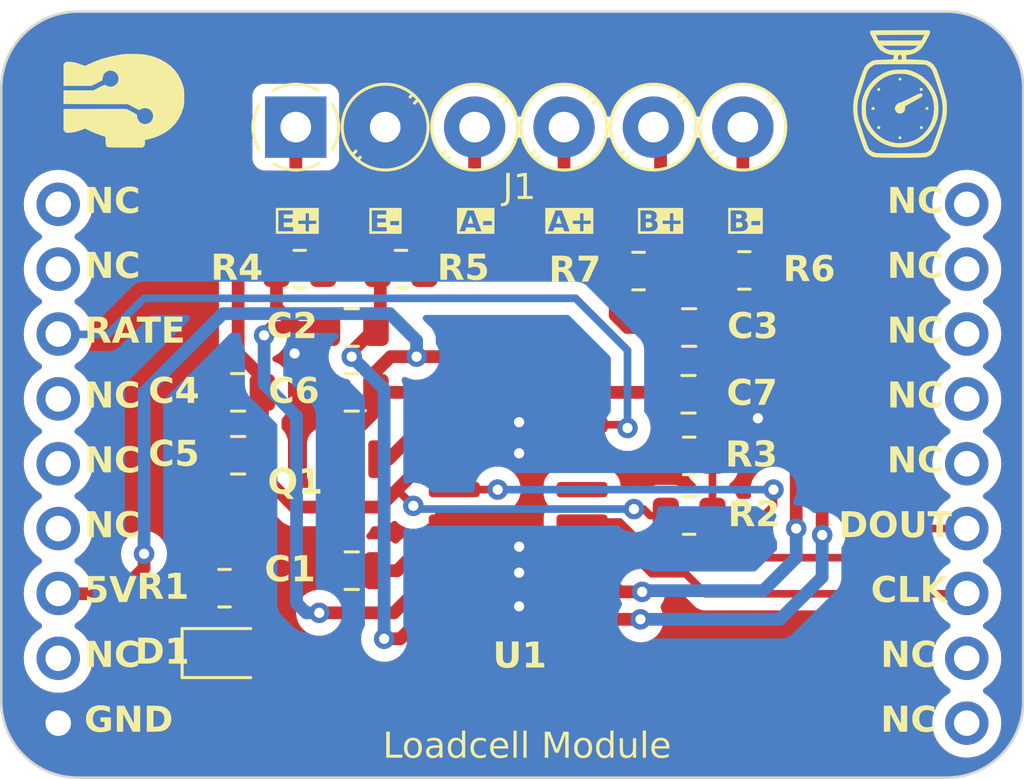
<source format=kicad_pcb>
(kicad_pcb (version 20240108) (generator "pcbnew") (generator_version "8.0")
  (layers (0 "F.Cu" signal) (31 "B.Cu" signal) (34 "B.Paste" user) (35 "F.Paste" user) (36 "B.SilkS" user "B.Silkscreen") (37 "F.SilkS" user "F.Silkscreen") (38 "B.Mask" user) (39 "F.Mask" user) (44 "Edge.Cuts" user))
  (net 0 "")
  (net 1 "Net-(U1-VBG)")
  (net 2 "GND")
  (net 3 "INA-")
  (net 4 "INA+")
  (net 5 "INB+")
  (net 6 "INB-")
  (net 7 "EX+")
  (net 8 "+5V")
  (net 9 "Net-(J1-Pin_3)")
  (net 10 "Net-(J1-Pin_4)")
  (net 11 "Net-(J1-Pin_5)")
  (net 12 "Net-(J1-Pin_6)")
  (net 13 "Net-(Q1-B)")
  (net 14 "Net-(U1-VFB)")
  (net 15 "CLK")
  (net 16 "DOUT")
  (net 18 "RATE")
  (net 32 "Net-(D1-A)")
  (footprint "Resistor_SMD:R_0805_2012Metric" (layer "F.Cu") (at 129.9464 95.758)
    (property "Reference" "R5" (at 2.4384 0 0) (layer "F.SilkS") (effects (font (thickness 0.16) (bold yes))))
    (property "Value" "100r" (hide yes))
    (pad "1" smd roundrect (at -0.9125 0) (size 1.025 1.4) (layers "F.Cu" "F.Paste" "F.Mask") (roundrect_rratio 0.243902) (net 4 "INA+"))
    (pad "2" smd roundrect (at 0.9125 0) (size 1.025 1.4) (layers "F.Cu" "F.Paste" "F.Mask") (roundrect_rratio 0.243902) (net 10 "Net-(J1-Pin_4)"))
  )
  (footprint "Moduler_:pin_header" (layer "F.Cu") (at 134.056 103.888)
    (property "Reference" "U2" (hide yes))
    (property "Value" "~" (hide yes))
    (fp_line (start -19.7562 -15.2144) (end -19.7562 8.7856) (stroke (width 0.1)) (layer "Edge.Cuts"))
    (fp_line (start -16.7562 11.7856) (end 17.2438 11.7856) (stroke (width 0.1)) (layer "Edge.Cuts"))
    (fp_line (start 17.2438 -18.2144) (end -16.7562 -18.2144) (stroke (width 0.1)) (layer "Edge.Cuts"))
    (fp_line (start 20.2438 8.7856) (end 20.2438 -15.2144) (stroke (width 0.1)) (layer "Edge.Cuts"))
    (fp_arc (start -19.7562 -15.2144) (mid -18.87752 -17.33572) (end -16.7562 -18.2144) (stroke (width 0.1)) (layer "Edge.Cuts"))
    (fp_arc (start -16.7562 11.7856) (mid -18.87752 10.90692) (end -19.7562 8.7856) (stroke (width 0.1)) (layer "Edge.Cuts"))
    (fp_arc (start 17.2438 -18.2144) (mid 19.36512 -17.33572) (end 20.2438 -15.2144) (stroke (width 0.1)) (layer "Edge.Cuts"))
    (fp_arc (start 20.2438 8.7856) (mid 19.36512 10.90692) (end 17.2438 11.7856) (stroke (width 0.1)) (layer "Edge.Cuts"))
    (fp_text user "NC" (at -16.51 -2.54 0) (layer "F.SilkS") (effects (font (thickness 0.2) (bold yes)) (justify left bottom)))
    (fp_text user "GND" (at -16.51 10.16 0) (layer "F.SilkS") (effects (font (thickness 0.2) (bold yes)) (justify left bottom)))
    (fp_text user "CLK" (at 14.28 5.078 0) (layer "F.SilkS") (effects (font (thickness 0.2) (bold yes)) (justify left bottom)))
    (fp_text user "NC" (at 14.915 -2.54 0) (layer "F.SilkS") (effects (font (thickness 0.2) (bold yes)) (justify left bottom)))
    (fp_text user "NC" (at -16.51 0 0) (layer "F.SilkS") (effects (font (thickness 0.2) (bold yes)) (justify left bottom)))
    (fp_text user "NC" (at 14.661 7.618 0) (layer "F.SilkS") (effects (font (thickness 0.2) (bold yes)) (justify left bottom)))
    (fp_text user "NC" (at -16.51 -7.62 0) (layer "F.SilkS") (effects (font (thickness 0.2) (bold yes)) (justify left bottom)))
    (fp_text user "RATE" (at -16.51 -5.08 0) (layer "F.SilkS") (effects (font (thickness 0.2) (bold yes)) (justify left bottom)))
    (fp_text user "NC" (at -16.51 7.62 0) (layer "F.SilkS") (effects (font (thickness 0.2) (bold yes)) (justify left bottom)))
    (fp_text user "NC" (at 14.915 0 0) (layer "F.SilkS") (effects (font (thickness 0.2) (bold yes)) (justify left bottom)))
    (fp_text user "NC" (at 14.915 -7.62 0) (layer "F.SilkS") (effects (font (thickness 0.2) (bold yes)) (justify left bottom)))
    (fp_text user "DOUT" (at 13.01 2.54 0) (layer "F.SilkS") (effects (font (thickness 0.2) (bold yes)) (justify left bottom)))
    (fp_text user "NC" (at -16.51 2.54 0) (layer "F.SilkS") (effects (font (thickness 0.2) (bold yes)) (justify left bottom)))
    (fp_text user "NC" (at 14.915 -10.16 0) (layer "F.SilkS") (effects (font (thickness 0.2) (bold yes)) (justify left bottom)))
    (fp_text user "NC" (at 14.915 -5.08 0) (layer "F.SilkS") (effects (font (thickness 0.2) (bold yes)) (justify left bottom)))
    (fp_text user "NC" (at 14.661 10.158 0) (layer "F.SilkS") (effects (font (thickness 0.2) (bold yes)) (justify left bottom)))
    (fp_text user "Loadcell Module" (at -4.826 11.176 0) (layer "F.SilkS") (effects (font (thickness 0.1)) (justify left bottom)))
    (fp_text user "5V" (at -16.51 5.08 0) (layer "F.SilkS") (effects (font (thickness 0.2) (bold yes)) (justify left bottom)))
    (fp_text user "NC" (at -16.51 -10.16 0) (layer "F.SilkS") (effects (font (thickness 0.2) (bold yes)) (justify left bottom)))
    (pad "1" thru_hole oval (at -17.526 -10.668) (size 1.7 1.7) (drill 1) (layers "*.Cu" "*.Mask"))
    (pad "2" thru_hole oval (at -17.526 -8.128) (size 1.7 1.7) (drill 1) (layers "*.Cu" "*.Mask"))
    (pad "3" thru_hole oval (at -17.526 -5.588) (size 1.7 1.7) (drill 1) (layers "*.Cu" "*.Mask") (net 18 "RATE"))
    (pad "4" thru_hole oval (at -17.526 -3.048) (size 1.7 1.7) (drill 1) (layers "*.Cu" "*.Mask"))
    (pad "5" thru_hole oval (at -17.526 -0.508) (size 1.7 1.7) (drill 1) (layers "*.Cu" "*.Mask"))
    (pad "6" thru_hole oval (at -17.526 2.032) (size 1.7 1.7) (drill 1) (layers "*.Cu" "*.Mask"))
    (pad "7" thru_hole oval (at -17.526 4.572) (size 1.7 1.7) (drill 1) (layers "*.Cu" "*.Mask") (net 8 "+5V"))
    (pad "8" thru_hole oval (at -17.526 7.112) (size 1.7 1.7) (drill 1) (layers "*.Cu" "*.Mask"))
    (pad "9" thru_hole oval (at -17.526 9.652) (size 1.7 1.7) (drill 1) (layers "*.Cu" "*.Mask") (net 2 "GND"))
    (pad "10" thru_hole oval (at 18.034 9.652) (size 1.7 1.7) (drill 1) (layers "*.Cu" "*.Mask"))
    (pad "11" thru_hole oval (at 18.034 7.112) (size 1.7 1.7) (drill 1) (layers "*.Cu" "*.Mask"))
    (pad "12" thru_hole oval (at 18.034 4.572) (size 1.7 1.7) (drill 1) (layers "*.Cu" "*.Mask") (net 15 "CLK"))
    (pad "13" thru_hole oval (at 18.034 2.032) (size 1.7 1.7) (drill 1) (layers "*.Cu" "*.Mask") (net 16 "DOUT"))
    (pad "14" thru_hole oval (at 18.034 -0.508) (size 1.7 1.7) (drill 1) (layers "*.Cu" "*.Mask"))
    (pad "15" thru_hole oval (at 18.034 -3.048) (size 1.7 1.7) (drill 1) (layers "*.Cu" "*.Mask"))
    (pad "16" thru_hole oval (at 18.034 -5.588) (size 1.7 1.7) (drill 1) (layers "*.Cu" "*.Mask"))
    (pad "17" thru_hole oval (at 18.034 -8.128) (size 1.7 1.7) (drill 1) (layers "*.Cu" "*.Mask"))
    (pad "18" thru_hole oval (at 18.034 -10.668) (size 1.7 1.7) (drill 1) (layers "*.Cu" "*.Mask"))
  )
  (footprint "Capacitor_SMD:C_0805_2012Metric" (layer "F.Cu") (at 141.224 98.044)
    (property "Reference" "C3" (at 2.4892 0 0) (layer "F.SilkS") (effects (font (thickness 0.2) (bold yes))))
    (property "Value" "0.1uF" (hide yes))
    (pad "1" smd roundrect (at -0.95 0) (size 1 1.45) (layers "F.Cu" "F.Paste" "F.Mask") (net 5 "INB+"))
    (pad "2" smd roundrect (at 0.95 0) (size 1 1.45) (layers "F.Cu" "F.Paste" "F.Mask") (net 6 "INB-"))
  )
  (footprint "Resistor_SMD:R_0805_2012Metric" (layer "F.Cu") (at 141.224 105.41)
    (property "Reference" "R2" (at 2.54 0 0) (layer "F.SilkS") (effects (font (thickness 0.16) (bold yes))))
    (property "Value" "20k" (hide yes))
    (pad "1" smd roundrect (at -0.9125 0) (size 1.025 1.4) (layers "F.Cu" "F.Paste" "F.Mask") (roundrect_rratio 0.243902) (net 7 "EX+"))
    (pad "2" smd roundrect (at 0.9125 0) (size 1.025 1.4) (layers "F.Cu" "F.Paste" "F.Mask") (roundrect_rratio 0.243902) (net 14 "Net-(U1-VFB)"))
  )
  (footprint "Capacitor_SMD:C_0805_2012Metric" (layer "F.Cu") (at 128.016 98.044)
    (property "Reference" "C2" (at -2.3368 0 0) (layer "F.SilkS") (effects (font (thickness 0.16) (bold yes))))
    (property "Value" "0.1uF" (hide yes))
    (pad "1" smd roundrect (at -0.95 0) (size 1 1.45) (layers "F.Cu" "F.Paste" "F.Mask") (net 3 "INA-"))
    (pad "2" smd roundrect (at 0.95 0) (size 1 1.45) (layers "F.Cu" "F.Paste" "F.Mask") (net 4 "INA+"))
  )
  (footprint "Capacitor_SMD:C_0805_2012Metric" (layer "F.Cu") (at 128.016 100.584 180)
    (property "Reference" "C6" (at 2.2606 0 0) (layer "F.SilkS") (effects (font (thickness 0.16) (bold yes))))
    (property "Value" "10uF" (hide yes))
    (pad "1" smd roundrect (at -0.95 0 180) (size 1 1.45) (layers "F.Cu" "F.Paste" "F.Mask") (net 8 "+5V"))
    (pad "2" smd roundrect (at 0.95 0 180) (size 1 1.45) (layers "F.Cu" "F.Paste" "F.Mask") (net 2 "GND"))
  )
  (footprint "Resistor_SMD:R_0805_2012Metric" (layer "F.Cu") (at 143.383 95.8088)
    (property "Reference" "R6" (at 2.54 0 0) (layer "F.SilkS") (effects (font (thickness 0.16) (bold yes))))
    (property "Value" "100r" (hide yes))
    (pad "1" smd roundrect (at -0.9125 0) (size 1.025 1.4) (layers "F.Cu" "F.Paste" "F.Mask") (roundrect_rratio 0.243902) (net 6 "INB-"))
    (pad "2" smd roundrect (at 0.9125 0) (size 1.025 1.4) (layers "F.Cu" "F.Paste" "F.Mask") (roundrect_rratio 0.243902) (net 12 "Net-(J1-Pin_6)"))
  )
  (footprint "LED_SMD:LED_0805_2012Metric" (layer "F.Cu") (at 123.063 110.7948)
    (property "Reference" "D1" (at -2.4638 0 0) (layer "F.SilkS") (effects (font (thickness 0.2) (bold yes))))
    (property "Value" "LED" (hide yes))
    (pad "1" smd roundrect (at -0.9375 0) (size 0.975 1.4) (layers "F.Cu" "F.Paste" "F.Mask") (net 2 "GND"))
    (pad "2" smd roundrect (at 0.9375 0) (size 0.975 1.4) (layers "F.Cu" "F.Paste" "F.Mask") (net 32 "Net-(D1-A)"))
  )
  (footprint "Package_SO:SOP-16_3.9x9.9mm_P1.27mm" (layer "F.Cu") (at 134.533 105.029)
    (property "Reference" "U1" (at 0.0616 5.9182 0) (layer "F.SilkS") (effects (font (thickness 0.16) (bold yes))))
    (property "Value" "HX711" (hide yes))
    (pad "1" smd roundrect (at -2.5 -4.445) (size 2 0.6) (layers "F.Cu" "F.Paste" "F.Mask") (net 8 "+5V"))
    (pad "2" smd roundrect (at -2.5 -3.175) (size 2 0.6) (layers "F.Cu" "F.Paste" "F.Mask") (net 13 "Net-(Q1-B)"))
    (pad "3" smd roundrect (at -2.5 -1.905) (size 2 0.6) (layers "F.Cu" "F.Paste" "F.Mask") (net 7 "EX+"))
    (pad "4" smd roundrect (at -2.5 -0.635) (size 2 0.6) (layers "F.Cu" "F.Paste" "F.Mask") (net 14 "Net-(U1-VFB)"))
    (pad "5" smd roundrect (at -2.5 0.635) (size 2 0.6) (layers "F.Cu" "F.Paste" "F.Mask") (net 2 "GND"))
    (pad "6" smd roundrect (at -2.5 1.905) (size 2 0.6) (layers "F.Cu" "F.Paste" "F.Mask") (net 1 "Net-(U1-VBG)"))
    (pad "7" smd roundrect (at -2.5 3.175) (size 2 0.6) (layers "F.Cu" "F.Paste" "F.Mask") (net 3 "INA-"))
    (pad "8" smd roundrect (at -2.5 4.445) (size 2 0.6) (layers "F.Cu" "F.Paste" "F.Mask") (net 4 "INA+"))
    (pad "9" smd roundrect (at 2.5 4.445) (size 2 0.6) (layers "F.Cu" "F.Paste" "F.Mask") (net 6 "INB-"))
    (pad "10" smd roundrect (at 2.5 3.175) (size 2 0.6) (layers "F.Cu" "F.Paste" "F.Mask") (net 5 "INB+"))
    (pad "11" smd roundrect (at 2.5 1.905) (size 2 0.6) (layers "F.Cu" "F.Paste" "F.Mask") (net 15 "CLK"))
    (pad "12" smd roundrect (at 2.5 0.635) (size 2 0.6) (layers "F.Cu" "F.Paste" "F.Mask") (net 16 "DOUT"))
    (pad "13" smd roundrect (at 2.5 -0.635) (size 2 0.6) (layers "F.Cu" "F.Paste" "F.Mask"))
    (pad "14" smd roundrect (at 2.5 -1.905) (size 2 0.6) (layers "F.Cu" "F.Paste" "F.Mask") (net 2 "GND"))
    (pad "15" smd roundrect (at 2.5 -3.175) (size 2 0.6) (layers "F.Cu" "F.Paste" "F.Mask") (net 18 "RATE"))
    (pad "16" smd roundrect (at 2.5 -4.445) (size 2 0.6) (layers "F.Cu" "F.Paste" "F.Mask") (net 8 "+5V"))
  )
  (footprint "TerminalBlock_Phoenix:TerminalBlock_Phoenix_PT-1,5-6-3.5-H_1x06_P3.50mm_Horizontal" (layer "F.Cu") (at 125.827 90.1954)
    (property "Reference" "J1" (hide yes))
    (property "Value" "Screw_Terminal_01x06" (hide yes))
    (fp_text user "${REFERENCE}" (at 8.75 2.4 0) (layer "F.SilkS"))
    (pad "1" thru_hole rect (at 0 0) (size 2.4 2.4) (drill 1.2) (layers "*.Cu" "*.Mask") (net 7 "EX+"))
    (pad "2" thru_hole circle (at 3.5 0) (size 2.4 2.4) (drill 1.2) (layers "*.Cu" "*.Mask") (net 2 "GND"))
    (pad "3" thru_hole circle (at 7 0) (size 2.4 2.4) (drill 1.2) (layers "*.Cu" "*.Mask") (net 9 "Net-(J1-Pin_3)"))
    (pad "4" thru_hole circle (at 10.5 0) (size 2.4 2.4) (drill 1.2) (layers "*.Cu" "*.Mask") (net 10 "Net-(J1-Pin_4)"))
    (pad "5" thru_hole circle (at 14 0) (size 2.4 2.4) (drill 1.2) (layers "*.Cu" "*.Mask") (net 11 "Net-(J1-Pin_5)"))
    (pad "6" thru_hole circle (at 17.5 0) (size 2.4 2.4) (drill 1.2) (layers "*.Cu" "*.Mask") (net 12 "Net-(J1-Pin_6)"))
  )
  (footprint "Resistor_SMD:R_0805_2012Metric" (layer "F.Cu") (at 125.984 95.758)
    (property "Reference" "R4" (at -2.4638 0 0) (layer "F.SilkS") (effects (font (thickness 0.16) (bold yes))))
    (property "Value" "100r" (hide yes))
    (pad "1" smd roundrect (at -0.9125 0) (size 1.025 1.4) (layers "F.Cu" "F.Paste" "F.Mask") (roundrect_rratio 0.243902) (net 3 "INA-"))
    (pad "2" smd roundrect (at 0.9125 0) (size 1.025 1.4) (layers "F.Cu" "F.Paste" "F.Mask") (roundrect_rratio 0.243902) (net 9 "Net-(J1-Pin_3)"))
  )
  (footprint "Resistor_SMD:R_0805_2012Metric" (layer "F.Cu") (at 123.0376 108.2548)
    (property "Reference" "R1" (at -2.413 0 0) (layer "F.SilkS") (effects (font (thickness 0.16) (bold yes))))
    (property "Value" "470r" (hide yes))
    (pad "1" smd roundrect (at -0.9125 0) (size 1.025 1.4) (layers "F.Cu" "F.Paste" "F.Mask") (roundrect_rratio 0.243902) (net 8 "+5V"))
    (pad "2" smd roundrect (at 0.9125 0) (size 1.025 1.4) (layers "F.Cu" "F.Paste" "F.Mask") (roundrect_rratio 0.243902) (net 32 "Net-(D1-A)"))
  )
  (footprint "Capacitor_SMD:C_0805_2012Metric" (layer "F.Cu") (at 128.016 107.569 180)
    (property "Reference" "C1" (at 2.413 0 0) (layer "F.SilkS") (effects (font (thickness 0.16) (bold yes))))
    (property "Value" "C" (hide yes))
    (pad "1" smd roundrect (at -0.95 0 180) (size 1 1.45) (layers "F.Cu" "F.Paste" "F.Mask") (net 1 "Net-(U1-VBG)"))
    (pad "2" smd roundrect (at 0.95 0 180) (size 1 1.45) (layers "F.Cu" "F.Paste" "F.Mask") (net 2 "GND"))
  )
  (footprint "Resistor_SMD:R_0805_2012Metric" (layer "F.Cu") (at 139.2428 95.8342)
    (property "Reference" "R7" (at -2.4892 0 0) (layer "F.SilkS") (effects (font (thickness 0.16) (bold yes))))
    (property "Value" "100r" (hide yes))
    (pad "1" smd roundrect (at -0.9125 0) (size 1.025 1.4) (layers "F.Cu" "F.Paste" "F.Mask") (roundrect_rratio 0.243902) (net 5 "INB+"))
    (pad "2" smd roundrect (at 0.9125 0) (size 1.025 1.4) (layers "F.Cu" "F.Paste" "F.Mask") (roundrect_rratio 0.243902) (net 11 "Net-(J1-Pin_5)"))
  )
  (footprint "Resistor_SMD:R_0805_2012Metric" (layer "F.Cu") (at 141.224 103.0732)
    (property "Reference" "R3" (at 2.4384 0 0) (layer "F.SilkS") (effects (font (thickness 0.16) (bold yes))))
    (property "Value" "8.2k" (hide yes))
    (pad "1" smd roundrect (at -0.9125 0) (size 1.025 1.4) (layers "F.Cu" "F.Paste" "F.Mask") (roundrect_rratio 0.243902) (net 2 "GND"))
    (pad "2" smd roundrect (at 0.9125 0) (size 1.025 1.4) (layers "F.Cu" "F.Paste" "F.Mask") (roundrect_rratio 0.243902) (net 14 "Net-(U1-VFB)"))
  )
  (footprint "Package_TO_SOT_SMD:SOT-23" (layer "F.Cu") (at 128.016 104.14 -90)
    (property "Reference" "Q1" (at 0 2.2098 180) (layer "F.SilkS") (effects (font (thickness 0.16) (bold yes))))
    (property "Value" "MMBT3906" (hide yes))
    (pad "1" smd roundrect (at -0.9375 -0.95 270) (size 1.475 0.6) (layers "F.Cu" "F.Paste" "F.Mask") (net 13 "Net-(Q1-B)"))
    (pad "2" smd roundrect (at -0.9375 0.95 270) (size 1.475 0.6) (layers "F.Cu" "F.Paste" "F.Mask") (net 8 "+5V"))
    (pad "3" smd roundrect (at 0.9375 0 270) (size 1.475 0.6) (layers "F.Cu" "F.Paste" "F.Mask") (net 7 "EX+"))
  )
  (footprint "Capacitor_SMD:C_0805_2012Metric" (layer "F.Cu") (at 123.571 103.0478 180)
    (property "Reference" "C5" (at 2.5146 0 0) (layer "F.SilkS") (effects (font (thickness 0.16) (bold yes))))
    (property "Value" "0.1uF" (hide yes))
    (pad "1" smd roundrect (at -0.95 0 180) (size 1 1.45) (layers "F.Cu" "F.Paste" "F.Mask") (net 7 "EX+"))
    (pad "2" smd roundrect (at 0.95 0 180) (size 1 1.45) (layers "F.Cu" "F.Paste" "F.Mask") (net 2 "GND"))
  )
  (footprint "memin:loadcella" (layer "F.Cu") (at 149.479 88.9)
    (property "Reference" "G***" (hide yes))
    (property "Value" "LOGO" (hide yes))
  )
  (footprint "Capacitor_SMD:C_0805_2012Metric" (layer "F.Cu") (at 141.1986 100.6602)
    (property "Reference" "C7" (at 2.4892 0 0) (layer "F.SilkS") (effects (font (thickness 0.16) (bold yes))))
    (property "Value" "10uF" (hide yes))
    (pad "1" smd roundrect (at -0.95 0) (size 1 1.45) (layers "F.Cu" "F.Paste" "F.Mask") (net 8 "+5V"))
    (pad "2" smd roundrect (at 0.95 0) (size 1 1.45) (layers "F.Cu" "F.Paste" "F.Mask") (net 2 "GND"))
  )
  (footprint "Capacitor_SMD:C_0805_2012Metric" (layer "F.Cu") (at 123.571 100.584 180)
    (property "Reference" "C4" (at 2.5146 0 0) (layer "F.SilkS") (effects (font (thickness 0.16) (bold yes))))
    (property "Value" "10uF" (hide yes))
    (pad "1" smd roundrect (at -0.95 0 180) (size 1 1.45) (layers "F.Cu" "F.Paste" "F.Mask") (net 7 "EX+"))
    (pad "2" smd roundrect (at 0.95 0 180) (size 1 1.45) (layers "F.Cu" "F.Paste" "F.Mask") (net 2 "GND"))
  )
  (gr_text "A-" (at 132.2324 94.4118 0) (layer "F.SilkS" knockout) (effects (font (size 0.8 0.8) (thickness 0.2) (bold yes)) (justify left bottom)))
  (gr_text "E-" (at 128.7018 94.4118 0) (layer "F.SilkS" knockout) (effects (font (size 0.8 0.8) (thickness 0.2) (bold yes)) (justify left bottom)))
  (gr_text "A+" (at 135.6868 94.4118 0) (layer "F.SilkS" knockout) (effects (font (size 0.8 0.8) (thickness 0.2) (bold yes)) (justify left bottom)))
  (gr_text "E+" (at 125.0442 94.4118 0) (layer "F.SilkS" knockout) (effects (font (size 0.8 0.8) (thickness 0.2) (bold yes)) (justify left bottom)))
  (gr_text "B+" (at 139.2174 94.4118 0) (layer "F.SilkS" knockout) (effects (font (size 0.8 0.8) (thickness 0.2) (bold yes)) (justify left bottom)))
  (gr_text "B-" (at 142.748 94.4118 0) (layer "F.SilkS" knockout) (effects (font (size 0.8 0.8) (thickness 0.2) (bold yes)) (justify left bottom)))
  (segment (start 128.966 107.569) (end 129.794 107.569) (width 0.5) (layer "F.Cu") (net 1))
  (segment (start 129.794 107.569) (end 130.429 106.934) (width 0.5) (layer "F.Cu") (net 1))
  (segment (start 130.429 106.934) (end 132.033 106.934) (width 0.5) (layer "F.Cu") (net 1))
  (segment (start 125.7808 100.203) (end 126.1618 100.584) (width 0.25) (layer "F.Cu") (net 2))
  (segment (start 137.033 103.124) (end 140.1845 103.124) (width 0.25) (layer "F.Cu") (net 2))
  (segment (start 136.8806 102.9716) (end 137.033 103.124) (width 0.25) (layer "F.Cu") (net 2))
  (segment (start 140.1845 103.124) (end 140.3115 102.997) (width 0.25) (layer "F.Cu") (net 2))
  (segment (start 126.1618 100.584) (end 127.066 100.584) (width 0.25) (layer "F.Cu") (net 2))
  (segment (start 134.5692 102.9716) (end 136.8806 102.9716) (width 0.25) (layer "F.Cu") (net 2))
  (segment (start 132.033 105.664) (end 133.604 105.664) (width 0.25) (layer "F.Cu") (net 2))
  (segment (start 133.604 105.664) (end 134.5692 106.6292) (width 0.25) (layer "F.Cu") (net 2))
  (segment (start 125.7808 99.06) (end 125.7808 100.203) (width 0.25) (layer "F.Cu") (net 2))
  (via (at 134.5692 106.6292) (size 0.8) (drill 0.4) (layers "F.Cu" "B.Cu") (net 2))
  (via (at 134.5692 102.9716) (size 0.8) (drill 0.4) (layers "F.Cu" "B.Cu") (net 2))
  (via (at 134.5692 107.6452) (size 0.8) (drill 0.4) (layers "F.Cu" "B.Cu") (net 2))
  (via (at 125.7808 99.06) (size 0.8) (drill 0.4) (layers "F.Cu" "B.Cu") (net 2))
  (via (at 134.5692 108.966) (size 0.8) (drill 0.4) (layers "F.Cu" "B.Cu") (net 2))
  (via (at 143.9164 101.6) (size 0.8) (drill 0.4) (layers "F.Cu" "B.Cu") (net 2))
  (via (at 134.5692 101.7524) (size 0.8) (drill 0.4) (layers "F.Cu" "B.Cu") (net 2))
  (segment (start 129.667 109.22) (end 130.683 108.204) (width 0.5) (layer "F.Cu") (net 3))
  (segment (start 124.587 98.3505) (end 124.8935 98.044) (width 0.5) (layer "F.Cu") (net 3))
  (segment (start 125.857 98.044) (end 127.066 98.044) (width 0.5) (layer "F.Cu") (net 3))
  (segment (start 124.8935 98.044) (end 125.857 98.044) (width 0.5) (layer "F.Cu") (net 3))
  (segment (start 125.0715 97.2585) (end 125.857 98.044) (width 0.5) (layer "F.Cu") (net 3))
  (segment (start 130.683 108.204) (end 132.033 108.204) (width 0.5) (layer "F.Cu") (net 3))
  (segment (start 125.0715 95.758) (end 125.0715 97.2585) (width 0.5) (layer "F.Cu") (net 3))
  (segment (start 126.746 109.22) (end 129.667 109.22) (width 0.5) (layer "F.Cu") (net 3))
  (via (at 124.587 98.3505) (size 0.8) (drill 0.4) (layers "F.Cu" "B.Cu") (net 3))
  (via (at 126.746 109.22) (size 0.8) (drill 0.4) (layers "F.Cu" "B.Cu") (net 3))
  (segment (start 126.746 109.22) (end 126.238 109.22) (width 0.5) (layer "B.Cu") (net 3))
  (segment (start 125.857 101.5238) (end 124.587 100.2538) (width 0.5) (layer "B.Cu") (net 3))
  (segment (start 126.238 109.22) (end 125.857 108.839) (width 0.5) (layer "B.Cu") (net 3))
  (segment (start 124.587 100.2538) (end 124.587 98.3505) (width 0.5) (layer "B.Cu") (net 3))
  (segment (start 125.857 108.839) (end 125.857 101.5238) (width 0.5) (layer "B.Cu") (net 3))
  (segment (start 129.1355 95.758) (end 129.1355 97.8745) (width 0.5) (layer "F.Cu") (net 4))
  (segment (start 128.016 98.994) (end 128.966 98.044) (width 0.5) (layer "F.Cu") (net 4))
  (segment (start 129.921 110.236) (end 130.683 109.474) (width 0.5) (layer "F.Cu") (net 4))
  (segment (start 128.016 99.187) (end 128.016 98.994) (width 0.5) (layer "F.Cu") (net 4))
  (segment (start 129.286 110.236) (end 129.921 110.236) (width 0.5) (layer "F.Cu") (net 4))
  (segment (start 130.683 109.474) (end 132.033 109.474) (width 0.5) (layer "F.Cu") (net 4))
  (segment (start 129.1355 97.8745) (end 128.966 98.044) (width 0.5) (layer "F.Cu") (net 4))
  (via (at 129.286 110.236) (size 0.8) (drill 0.4) (layers "F.Cu" "B.Cu") (net 4))
  (via (at 128.016 99.187) (size 0.8) (drill 0.4) (layers "F.Cu" "B.Cu") (net 4))
  (segment (start 129.286 100.457) (end 128.016 99.187) (width 0.5) (layer "B.Cu") (net 4))
  (segment (start 129.286 110.236) (end 129.286 100.457) (width 0.5) (layer "B.Cu") (net 4))
  (segment (start 139.383793 108.398834) (end 138.497834 108.398834) (width 0.5) (layer "F.Cu") (net 5))
  (segment (start 140.274 98.044) (end 141.544 99.314) (width 0.5) (layer "F.Cu") (net 5))
  (segment (start 138.3303 95.5548) (end 138.3303 97.5633) (width 0.5) (layer "F.Cu") (net 5))
  (segment (start 144.145 99.314) (end 145.415 100.584) (width 0.5) (layer "F.Cu") (net 5))
  (segment (start 138.303 108.204) (end 137.033 108.204) (width 0.5) (layer "F.Cu") (net 5))
  (segment (start 138.497834 108.398834) (end 138.303 108.204) (width 0.5) (layer "F.Cu") (net 5))
  (segment (start 138.3303 97.5633) (end 138.811 98.044) (width 0.5) (layer "F.Cu") (net 5))
  (segment (start 145.415 100.584) (end 145.415 105.918) (width 0.5) (layer "F.Cu") (net 5))
  (segment (start 141.544 99.314) (end 144.145 99.314) (width 0.5) (layer "F.Cu") (net 5))
  (segment (start 138.811 98.044) (end 140.274 98.044) (width 0.5) (layer "F.Cu") (net 5))
  (via (at 145.415 105.918) (size 0.8) (drill 0.4) (layers "F.Cu" "B.Cu") (net 5))
  (via (at 139.383793 108.398834) (size 0.8) (drill 0.4) (layers "F.Cu" "B.Cu") (net 5))
  (segment (start 139.42965 108.352977) (end 144.123023 108.352977) (width 0.5) (layer "B.Cu") (net 5))
  (segment (start 144.123023 108.352977) (end 145.415 107.061) (width 0.5) (layer "B.Cu") (net 5))
  (segment (start 139.383793 108.398834) (end 139.42965 108.352977) (width 0.5) (layer "B.Cu") (net 5))
  (segment (start 145.415 107.061) (end 145.415 105.918) (width 0.5) (layer "B.Cu") (net 5))
  (segment (start 142.174 98.044) (end 142.174 97.0705) (width 0.5) (layer "F.Cu") (net 6))
  (segment (start 146.431 99.949) (end 146.431 106.172) (width 0.5) (layer "F.Cu") (net 6))
  (segment (start 142.4705 96.774) (end 142.4705 95.631) (width 0.5) (layer "F.Cu") (net 6))
  (segment (start 139.319 109.474) (end 137.033 109.474) (width 0.5) (layer "F.Cu") (net 6))
  (segment (start 142.174 97.0705) (end 142.4705 96.774) (width 0.5) (layer "F.Cu") (net 6))
  (segment (start 142.174 98.044) (end 144.526 98.044) (width 0.5) (layer "F.Cu") (net 6))
  (segment (start 144.526 98.044) (end 146.431 99.949) (width 0.5) (layer "F.Cu") (net 6))
  (via (at 139.319 109.474) (size 0.8) (drill 0.4) (layers "F.Cu" "B.Cu") (net 6))
  (via (at 146.431 106.172) (size 0.8) (drill 0.4) (layers "F.Cu" "B.Cu") (net 6))
  (segment (start 146.431 107.823) (end 146.431 106.172) (width 0.5) (layer "B.Cu") (net 6))
  (segment (start 144.78 109.474) (end 146.431 107.823) (width 0.5) (layer "B.Cu") (net 6))
  (segment (start 139.319 109.474) (end 144.78 109.474) (width 0.5) (layer "B.Cu") (net 6))
  (segment (start 123.571 99.06) (end 124.521 100.01) (width 0.5) (layer "F.Cu") (net 7))
  (segment (start 131.064 103.124) (end 132.033 103.124) (width 0.5) (layer "F.Cu") (net 7))
  (segment (start 125.827 92.232) (end 123.571 94.488) (width 0.5) (layer "F.Cu") (net 7))
  (segment (start 125.7785 105.0775) (end 128.016 105.0775) (width 0.5) (layer "F.Cu") (net 7))
  (segment (start 130.175 104.013) (end 131.064 103.124) (width 0.5) (layer "F.Cu") (net 7))
  (segment (start 123.571 94.488) (end 123.571 99.06) (width 0.5) (layer "F.Cu") (net 7))
  (segment (start 129.1105 105.0775) (end 130.175 104.013) (width 0.5) (layer "F.Cu") (net 7))
  (segment (start 128.016 105.0775) (end 129.1105 105.0775) (width 0.5) (layer "F.Cu") (net 7))
  (segment (start 129.921 104.267) (end 130.175 104.013) (width 0.3) (layer "F.Cu") (net 7))
  (segment (start 139.7 105.41) (end 139.446 105.156) (width 0.3) (layer "F.Cu") (net 7))
  (segment (start 130.429 105.029) (end 129.921 104.521) (width 0.3) (layer "F.Cu") (net 7))
  (segment (start 125.827 90.1954) (end 125.827 92.232) (width 0.5) (layer "F.Cu") (net 7))
  (segment (start 124.521 100.01) (end 124.521 103.82) (width 0.5) (layer "F.Cu") (net 7))
  (segment (start 139.446 105.156) (end 139.065 105.156) (width 0.3) (layer "F.Cu") (net 7))
  (segment (start 124.521 103.82) (end 125.7785 105.0775) (width 0.5) (layer "F.Cu") (net 7))
  (segment (start 140.3115 105.41) (end 139.7 105.41) (width 0.3) (layer "F.Cu") (net 7))
  (via (at 130.429 105.029) (size 0.8) (drill 0.4) (layers "F.Cu" "B.Cu") (net 7))
  (via (at 139.065 105.156) (size 0.8) (drill 0.4) (layers "F.Cu" "B.Cu") (net 7))
  (segment (start 139.065 105.156) (end 130.556 105.156) (width 0.3) (layer "B.Cu") (net 7))
  (segment (start 130.556 105.156) (end 130.429 105.029) (width 0.3) (layer "B.Cu") (net 7))
  (segment (start 118.88188 108.47352) (end 116.532877 108.47352) (width 0.5) (layer "F.Cu") (net 8))
  (segment (start 128.966 100.584) (end 128.966 101.3025) (width 0.5) (layer "F.Cu") (net 8))
  (segment (start 122.05878 108.47352) (end 122.1505 108.3818) (width 0.5) (layer "F.Cu") (net 8))
  (segment (start 129.54 99.187) (end 128.966 99.761) (width 0.5) (layer "F.Cu") (net 8))
  (segment (start 119.888 106.9086) (end 119.888 107.4674) (width 0.5) (layer "F.Cu") (net 8))
  (segment (start 118.88188 108.47352) (end 122.05878 108.47352) (width 0.5) (layer "F.Cu") (net 8))
  (segment (start 128.966 99.761) (end 128.966 100.584) (width 0.5) (layer "F.Cu") (net 8))
  (segment (start 128.966 101.3025) (end 127.066 103.2025) (width 0.5) (layer "F.Cu") (net 8))
  (segment (start 130.556 99.187) (end 134.112 99.187) (width 0.5) (layer "F.Cu") (net 8))
  (segment (start 134.112 99.187) (end 135.509 100.584) (width 0.5) (layer "F.Cu") (net 8))
  (segment (start 119.888 107.4674) (end 118.88188 108.47352) (width 0.5) (layer "F.Cu") (net 8))
  (segment (start 135.509 100.584) (end 137.033 100.584) (width 0.5) (layer "F.Cu") (net 8))
  (segment (start 132.033 100.584) (end 128.966 100.584) (width 0.5) (layer "F.Cu") (net 8))
  (segment (start 137.033 100.584) (end 140.274 100.584) (width 0.5) (layer "F.Cu") (net 8))
  (segment (start 130.556 99.187) (end 129.54 99.187) (width 0.5) (layer "F.Cu") (net 8))
  (via (at 130.556 99.187) (size 0.8) (drill 0.4) (layers "F.Cu" "B.Cu") (net 8))
  (via (at 119.888 106.9086) (size 0.8) (drill 0.4) (layers "F.Cu" "B.Cu") (net 8))
  (segment (start 119.888 100.584) (end 122.971 97.501) (width 0.5) (layer "B.Cu") (net 8))
  (segment (start 119.888 106.9086) (end 119.888 100.584) (width 0.5) (layer "B.Cu") (net 8))
  (segment (start 122.971 97.501) (end 129.505 97.501) (width 0.5) (layer "B.Cu") (net 8))
  (segment (start 129.505 97.501) (end 130.556 98.552) (width 0.5) (layer "B.Cu") (net 8))
  (segment (start 130.556 98.552) (end 130.556 99.187) (width 0.5) (layer "B.Cu") (net 8))
  (segment (start 126.8965 95.758) (end 126.8965 94.3375) (width 0.5) (layer "F.Cu") (net 9))
  (segment (start 127.762 93.472) (end 131.445 93.472) (width 0.5) (layer "F.Cu") (net 9))
  (segment (start 126.8965 94.3375) (end 127.762 93.472) (width 0.5) (layer "F.Cu") (net 9))
  (segment (start 131.445 93.472) (end 132.827 92.09) (width 0.5) (layer "F.Cu") (net 9))
  (segment (start 132.827 92.09) (end 132.827 90.1954) (width 0.5) (layer "F.Cu") (net 9))
  (segment (start 130.9605 95.758) (end 134.747 95.758) (width 0.5) (layer "F.Cu") (net 10))
  (segment (start 136.327 94.178) (end 136.327 90.1954) (width 0.5) (layer "F.Cu") (net 10))
  (segment (start 134.747 95.758) (end 136.327 94.178) (width 0.5) (layer "F.Cu") (net 10))
  (segment (start 140.1553 95.8342) (end 140.1045 95.7834) (width 0.5) (layer "F.Cu") (net 11))
  (segment (start 140.1045 95.7834) (end 140.1045 90.4729) (width 0.5) (layer "F.Cu") (net 11))
  (segment (start 140.1045 90.4729) (end 139.827 90.1954) (width 0.5) (layer "F.Cu") (net 11))
  (segment (start 144.2955 94.1305) (end 143.327 93.162) (width 0.5) (layer "F.Cu") (net 12))
  (segment (start 144.2955 95.631) (end 144.2955 94.1305) (width 0.5) (layer "F.Cu") (net 12))
  (segment (start 143.327 93.162) (end 143.327 90.1954) (width 0.5) (layer "F.Cu") (net 12))
  (segment (start 130.81 101.854) (end 132.033 101.854) (width 0.5) (layer "F.Cu") (net 13))
  (segment (start 128.966 103.2025) (end 129.4615 103.2025) (width 0.5) (layer "F.Cu") (net 13))
  (segment (start 129.4615 103.2025) (end 130.81 101.854) (width 0.5) (layer "F.Cu") (net 13))
  (segment (start 142.1365 103.124) (end 142.1365 105.41) (width 0.3) (layer "F.Cu") (net 14))
  (segment (start 133.731 104.394) (end 132.033 104.394) (width 0.3) (layer "F.Cu") (net 14))
  (segment (start 144.145 105.41) (end 144.526 105.029) (width 0.3) (layer "F.Cu") (net 14))
  (segment (start 144.526 105.029) (end 144.526 104.394) (width 0.3) (layer "F.Cu") (net 14))
  (segment (start 142.1365 105.41) (end 144.145 105.41) (width 0.3) (layer "F.Cu") (net 14))
  (via (at 144.526 104.394) (size 0.8) (drill 0.4) (layers "F.Cu" "B.Cu") (net 14))
  (via (at 133.731 104.394) (size 0.8) (drill 0.4) (layers "F.Cu" "B.Cu") (net 14))
  (segment (start 144.526 104.394) (end 133.731 104.394) (width 0.3) (layer "B.Cu") (net 14))
  (segment (start 141.089 107.688) (end 141.87452 108.47352) (width 0.3) (layer "F.Cu") (net 15))
  (segment (start 139.757547 107.688) (end 141.089 107.688) (width 0.3) (layer "F.Cu") (net 15))
  (segment (start 137.033 106.934) (end 139.003547 106.934) (width 0.3) (layer "F.Cu") (net 15))
  (segment (start 141.87452 108.47352) (end 152.092877 108.47352) (width 0.3) (layer "F.Cu") (net 15))
  (segment (start 139.003547 106.934) (end 139.757547 107.688) (width 0.3) (layer "F.Cu") (net 15))
  (segment (start 138.512339 105.664) (end 139.909339 107.061) (width 0.3) (layer "F.Cu") (net 16))
  (segment (start 137.033 105.664) (end 138.512339 105.664) (width 0.3) (layer "F.Cu") (net 16))
  (segment (start 152.077357 105.918) (end 152.092877 105.93352) (width 0.3) (layer "F.Cu") (net 16))
  (segment (start 149.098 105.918) (end 152.077357 105.918) (width 0.3) (layer "F.Cu") (net 16))
  (segment (start 147.955 107.061) (end 149.098 105.918) (width 0.3) (layer "F.Cu") (net 16))
  (segment (start 139.909339 107.061) (end 147.955 107.061) (width 0.3) (layer "F.Cu") (net 16))
  (segment (start 138.684 101.854) (end 138.811 101.981) (width 0.3) (layer "F.Cu") (net 18))
  (segment (start 137.033 101.854) (end 138.684 101.854) (width 0.3) (layer "F.Cu") (net 18))
  (via (at 138.811 101.981) (size 0.8) (drill 0.4) (layers "F.Cu" "B.Cu") (net 18))
  (segment (start 119.888 96.901) (end 118.47548 98.31352) (width 0.3) (layer "B.Cu") (net 18))
  (segment (start 138.811 98.933) (end 136.779 96.901) (width 0.3) (layer "B.Cu") (net 18))
  (segment (start 118.47548 98.31352) (end 116.532877 98.31352) (width 0.3) (layer "B.Cu") (net 18))
  (segment (start 136.779 96.901) (end 119.888 96.901) (width 0.3) (layer "B.Cu") (net 18))
  (segment (start 138.811 101.981) (end 138.811 98.933) (width 0.3) (layer "B.Cu") (net 18))
  (segment (start 123.9755 108.3818) (end 123.9755 110.7698) (width 0.5) (layer "F.Cu") (net 32))
  (segment (start 123.9755 110.7698) (end 124.0005 110.7948) (width 0.5) (layer "F.Cu") (net 32))
  (zone (net 2) (net_name "GND") (layers "F&B.Cu") (connect_pads yes (clearance 0.5)) (min_thickness 0.25) (fill yes (thermal_gap 0.3) (thermal_bridge_width 0.3))
    (polygon (pts (xy 114.3 85.217) (xy 154.305 85.217) (xy 154.305 115.697) (xy 114.3 115.697)))
  )
)
</source>
